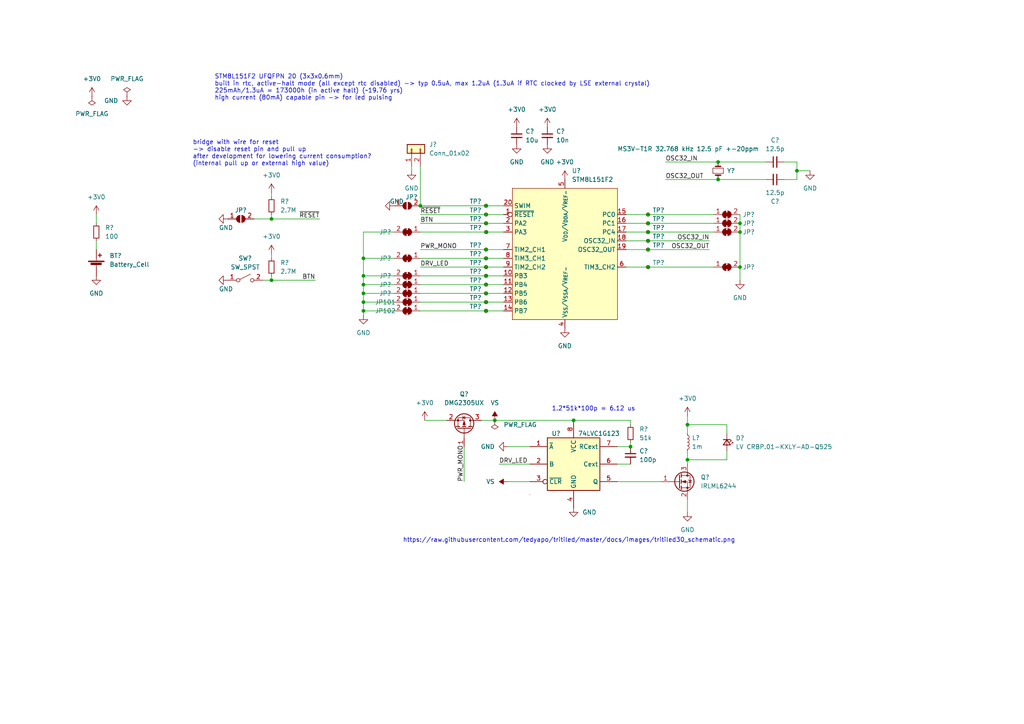
<source format=kicad_sch>
(kicad_sch (version 20231120) (generator "eeschema") (generator_version "8.0")
  (paper "A4")
  (lib_symbols
    (symbol "Connector:TestPoint_Small" (pin_numbers hide) (pin_names (offset 0.762) hide)
      (property "Reference" "TP" (at 0 3.81 0))
      (property "Value" "TestPoint_Small" (at 0 2.032 0))
      (symbol "TestPoint_Small_0_1"
        (circle (center 0 0) (radius 0.508))
      )
      (symbol "TestPoint_Small_1_1"
        (pin passive line (at 0 0 90) (length 0) (name "1") (number "1"))
      )
    )
    (symbol "Connector_Generic:Conn_01x02" (pin_names (offset 1.016) hide)
      (property "Reference" "J" (at 0 2.54 0))
      (property "Value" "Conn_01x02" (at 0 -5.08 0))
      (symbol "Conn_01x02_1_1"
        (rectangle (start -1.27 -2.413) (end 0 -2.667) (stroke (width 0.1524)))
        (rectangle (start -1.27 0.127) (end 0 -0.127) (stroke (width 0.1524)))
        (rectangle (start -1.27 1.27) (end 1.27 -3.81) (stroke (width 0.254)) (fill (type background)))
        (pin passive line (at -5.08 0 0) (length 3.81) (name "Pin_1") (number "1"))
        (pin passive line (at -5.08 -2.54 0) (length 3.81) (name "Pin_2") (number "2"))
      )
    )
    (symbol "Device:Battery_Cell" (pin_numbers hide) (pin_names (offset 0) hide)
      (property "Reference" "BT" (at 2.54 2.54 0))
      (property "Value" "Battery_Cell" (at 2.54 0 0))
      (symbol "Battery_Cell_0_1"
        (rectangle (start -2.286 1.778) (end 2.286 1.524) (fill (type outline)))
        (rectangle (start -1.5748 1.1938) (end 1.4732 0.6858) (fill (type outline)))
        (polyline (pts (xy 0 0.762) (xy 0 0)))
        (polyline (pts (xy 0 1.778) (xy 0 2.54)))
        (polyline (pts (xy 0.508 3.429) (xy 1.524 3.429)) (stroke (width 0.254)))
        (polyline (pts (xy 1.016 3.937) (xy 1.016 2.921)) (stroke (width 0.254)))
      )
      (symbol "Battery_Cell_1_1"
        (pin passive line (at 0 5.08 270) (length 2.54) (name "+") (number "1"))
        (pin passive line (at 0 -2.54 90) (length 2.54) (name "-") (number "2"))
      )
    )
    (symbol "Device:C_Small" (pin_numbers hide) (pin_names (offset 0.254) hide)
      (property "Reference" "C" (at 0.254 1.778 0))
      (property "Value" "C_Small" (at 0.254 -2.032 0))
      (symbol "C_Small_0_1"
        (polyline (pts (xy -1.524 -0.508) (xy 1.524 -0.508)) (stroke (width 0.3302)))
        (polyline (pts (xy -1.524 0.508) (xy 1.524 0.508)) (stroke (width 0.3048)))
      )
      (symbol "C_Small_1_1"
        (pin passive line (at 0 2.54 270) (length 2.032) (name "~") (number "1"))
        (pin passive line (at 0 -2.54 90) (length 2.032) (name "~") (number "2"))
      )
    )
    (symbol "Device:Crystal_Small" (pin_numbers hide) (pin_names (offset 1.016) hide)
      (property "Reference" "Y" (at 0 2.54 0))
      (property "Value" "Crystal_Small" (at 0 -2.54 0))
      (symbol "Crystal_Small_0_1"
        (rectangle (start -0.762 -1.524) (end 0.762 1.524))
        (polyline (pts (xy -1.27 -0.762) (xy -1.27 0.762)) (stroke (width 0.381)))
        (polyline (pts (xy 1.27 -0.762) (xy 1.27 0.762)) (stroke (width 0.381)))
      )
      (symbol "Crystal_Small_1_1"
        (pin passive line (at -2.54 0 0) (length 1.27) (name "1") (number "1"))
        (pin passive line (at 2.54 0 180) (length 1.27) (name "2") (number "2"))
      )
    )
    (symbol "Device:LED_Small" (pin_numbers hide) (pin_names (offset 0.254) hide)
      (property "Reference" "D" (at -1.27 3.175 0))
      (property "Value" "LED_Small" (at -4.445 -2.54 0))
      (symbol "LED_Small_0_1"
        (polyline (pts (xy -0.762 -1.016) (xy -0.762 1.016)) (stroke (width 0.254)))
        (polyline (pts (xy 1.016 0) (xy -0.762 0)))
        (polyline (pts (xy 0.762 -1.016) (xy -0.762 0) (xy 0.762 1.016) (xy 0.762 -1.016)) (stroke (width 0.254)))
        (polyline (pts (xy 0 0.762) (xy -0.508 1.27) (xy -0.254 1.27) (xy -0.508 1.27) (xy -0.508 1.016)))
        (polyline (pts (xy 0.508 1.27) (xy 0 1.778) (xy 0.254 1.778) (xy 0 1.778) (xy 0 1.524)))
      )
      (symbol "LED_Small_1_1"
        (pin passive line (at -2.54 0 0) (length 1.778) (name "K") (number "1"))
        (pin passive line (at 2.54 0 180) (length 1.778) (name "A") (number "2"))
      )
    )
    (symbol "Device:L_Small" (pin_numbers hide) (pin_names (offset 0.254) hide)
      (property "Reference" "L" (at 0.762 1.016 0))
      (property "Value" "L_Small" (at 0.762 -1.016 0))
      (symbol "L_Small_0_1"
        (arc (start 0 -2.032) (mid 0.5058 -1.524) (end 0 -1.016))
        (arc (start 0 -1.016) (mid 0.5058 -0.508) (end 0 0))
        (arc (start 0 0) (mid 0.5058 0.508) (end 0 1.016))
        (arc (start 0 1.016) (mid 0.5058 1.524) (end 0 2.032))
      )
      (symbol "L_Small_1_1"
        (pin passive line (at 0 2.54 270) (length 0.508) (name "~") (number "1"))
        (pin passive line (at 0 -2.54 90) (length 0.508) (name "~") (number "2"))
      )
    )
    (symbol "Device:Q_NMOS_GSD" (pin_names (offset 0) hide)
      (property "Reference" "Q" (at 5.08 1.27 0))
      (property "Value" "Q_NMOS_GSD" (at 5.08 -1.27 0))
      (symbol "Q_NMOS_GSD_0_1"
        (polyline (pts (xy 0.254 0) (xy -2.54 0)))
        (polyline (pts (xy 0.254 1.905) (xy 0.254 -1.905)) (stroke (width 0.254)))
        (polyline (pts (xy 0.762 -1.27) (xy 0.762 -2.286)) (stroke (width 0.254)))
        (polyline (pts (xy 0.762 0.508) (xy 0.762 -0.508)) (stroke (width 0.254)))
        (polyline (pts (xy 0.762 2.286) (xy 0.762 1.27)) (stroke (width 0.254)))
        (polyline (pts (xy 2.54 2.54) (xy 2.54 1.778)))
        (polyline (pts (xy 2.54 -2.54) (xy 2.54 0) (xy 0.762 0)))
        (polyline (pts (xy 0.762 -1.778) (xy 3.302 -1.778) (xy 3.302 1.778) (xy 0.762 1.778)))
        (polyline (pts (xy 1.016 0) (xy 2.032 0.381) (xy 2.032 -0.381) (xy 1.016 0)) (fill (type outline)))
        (polyline (pts (xy 2.794 0.508) (xy 2.921 0.381) (xy 3.683 0.381) (xy 3.81 0.254)))
        (polyline (pts (xy 3.302 0.381) (xy 2.921 -0.254) (xy 3.683 -0.254) (xy 3.302 0.381)))
        (circle (center 1.651 0) (radius 2.794) (stroke (width 0.254)))
        (circle (center 2.54 -1.778) (radius 0.254) (fill (type outline)))
        (circle (center 2.54 1.778) (radius 0.254) (fill (type outline)))
      )
      (symbol "Q_NMOS_GSD_1_1"
        (pin input line (at -5.08 0 0) (length 2.54) (name "G") (number "1"))
        (pin passive line (at 2.54 -5.08 90) (length 2.54) (name "S") (number "2"))
        (pin passive line (at 2.54 5.08 270) (length 2.54) (name "D") (number "3"))
      )
    )
    (symbol "Device:Q_PMOS_GSD" (pin_names (offset 0) hide)
      (property "Reference" "Q" (at 5.08 1.27 0))
      (property "Value" "Q_PMOS_GSD" (at 5.08 -1.27 0))
      (symbol "Q_PMOS_GSD_0_1"
        (polyline (pts (xy 0.254 0) (xy -2.54 0)))
        (polyline (pts (xy 0.254 1.905) (xy 0.254 -1.905)) (stroke (width 0.254)))
        (polyline (pts (xy 0.762 -1.27) (xy 0.762 -2.286)) (stroke (width 0.254)))
        (polyline (pts (xy 0.762 0.508) (xy 0.762 -0.508)) (stroke (width 0.254)))
        (polyline (pts (xy 0.762 2.286) (xy 0.762 1.27)) (stroke (width 0.254)))
        (polyline (pts (xy 2.54 2.54) (xy 2.54 1.778)))
        (polyline (pts (xy 2.54 -2.54) (xy 2.54 0) (xy 0.762 0)))
        (polyline (pts (xy 0.762 1.778) (xy 3.302 1.778) (xy 3.302 -1.778) (xy 0.762 -1.778)))
        (polyline (pts (xy 2.286 0) (xy 1.27 0.381) (xy 1.27 -0.381) (xy 2.286 0)) (fill (type outline)))
        (polyline (pts (xy 2.794 -0.508) (xy 2.921 -0.381) (xy 3.683 -0.381) (xy 3.81 -0.254)))
        (polyline (pts (xy 3.302 -0.381) (xy 2.921 0.254) (xy 3.683 0.254) (xy 3.302 -0.381)))
        (circle (center 1.651 0) (radius 2.794) (stroke (width 0.254)))
        (circle (center 2.54 -1.778) (radius 0.254) (fill (type outline)))
        (circle (center 2.54 1.778) (radius 0.254) (fill (type outline)))
      )
      (symbol "Q_PMOS_GSD_1_1"
        (pin input line (at -5.08 0 0) (length 2.54) (name "G") (number "1"))
        (pin passive line (at 2.54 -5.08 90) (length 2.54) (name "S") (number "2"))
        (pin passive line (at 2.54 5.08 270) (length 2.54) (name "D") (number "3"))
      )
    )
    (symbol "Device:R_Small" (pin_numbers hide) (pin_names (offset 0.254) hide)
      (property "Reference" "R" (at 0.762 0.508 0))
      (property "Value" "R_Small" (at 0.762 -1.016 0))
      (symbol "R_Small_0_1"
        (rectangle (start -0.762 1.778) (end 0.762 -1.778) (stroke (width 0.2032)))
      )
      (symbol "R_Small_1_1"
        (pin passive line (at 0 2.54 270) (length 0.762) (name "~") (number "1"))
        (pin passive line (at 0 -2.54 90) (length 0.762) (name "~") (number "2"))
      )
    )
    (symbol "Jumper:SolderJumper_2_Bridged" (pin_names (offset 0) hide)
      (property "Reference" "JP" (at 0 2.032 0))
      (property "Value" "SolderJumper_2_Bridged" (at 0 -2.54 0))
      (symbol "SolderJumper_2_Bridged_0_1"
        (rectangle (start -0.508 0.508) (end 0.508 -0.508) (fill (type outline)))
        (arc (start -0.254 1.016) (mid -1.2656 0) (end -0.254 -1.016))
        (arc (start -0.254 1.016) (mid -1.2656 0) (end -0.254 -1.016) (fill (type outline)))
        (polyline (pts (xy -0.254 1.016) (xy -0.254 -1.016)))
        (polyline (pts (xy 0.254 1.016) (xy 0.254 -1.016)))
        (arc (start 0.254 -1.016) (mid 1.2656 0) (end 0.254 1.016))
        (arc (start 0.254 -1.016) (mid 1.2656 0) (end 0.254 1.016) (fill (type outline)))
      )
      (symbol "SolderJumper_2_Bridged_1_1"
        (pin passive line (at -3.81 0 0) (length 2.54) (name "A") (number "1"))
        (pin passive line (at 3.81 0 180) (length 2.54) (name "B") (number "2"))
      )
    )
    (symbol "Jumper:SolderJumper_2_Open" (pin_names (offset 0) hide)
      (property "Reference" "JP" (at 0 2.032 0))
      (property "Value" "SolderJumper_2_Open" (at 0 -2.54 0))
      (symbol "SolderJumper_2_Open_0_1"
        (arc (start -0.254 1.016) (mid -1.2656 0) (end -0.254 -1.016))
        (arc (start -0.254 1.016) (mid -1.2656 0) (end -0.254 -1.016) (fill (type outline)))
        (polyline (pts (xy -0.254 1.016) (xy -0.254 -1.016)))
        (polyline (pts (xy 0.254 1.016) (xy 0.254 -1.016)))
        (arc (start 0.254 -1.016) (mid 1.2656 0) (end 0.254 1.016))
        (arc (start 0.254 -1.016) (mid 1.2656 0) (end 0.254 1.016) (fill (type outline)))
      )
      (symbol "SolderJumper_2_Open_1_1"
        (pin passive line (at -3.81 0 0) (length 2.54) (name "A") (number "1"))
        (pin passive line (at 3.81 0 180) (length 2.54) (name "B") (number "2"))
      )
    )
    (symbol "Seppl_74xGxx:74LVC1G123"
      (property "Reference" "U" (at -5.08 8.89 0))
      (property "Value" "74LVC1G123" (at 1.27 8.89 0))
      (symbol "74LVC1G123_1_1"
        (rectangle (start -7.62 7.62) (end 7.62 -7.62) (stroke (width 0.254)) (fill (type background)))
        (pin input line (at -12.7 5.08 0) (length 5.08) (name "~{A}") (number "1"))
        (pin input line (at -12.7 0 0) (length 5.08) (name "B") (number "2"))
        (pin input inverted (at -12.7 -5.08 0) (length 5.08) (name "~{CLR}") (number "3"))
        (pin power_in line (at 0 -12.7 90) (length 5.08) (name "GND") (number "4"))
        (pin output line (at 12.7 -5.08 180) (length 5.08) (name "Q") (number "5"))
        (pin input line (at 12.7 0 180) (length 5.08) (name "Cext") (number "6"))
        (pin input line (at 12.7 5.08 180) (length 5.08) (name "RCext") (number "7"))
        (pin power_in line (at 0 12.7 270) (length 5.08) (name "VCC") (number "8"))
      )
    )
    (symbol "Seppl_MCU_ST_STM8:STM8L151F2"
      (property "Reference" "U" (at -10.16 38.735 0))
      (property "Value" "STM8L151F2" (at -10.16 36.83 0))
      (symbol "STM8L151F2_0_0"
        (pin bidirectional inverted (at -17.78 27.94 0) (length 2.54) (name "~{RESET}") (number "1"))
        (pin bidirectional line (at -17.78 10.16 0) (length 2.54) (name "PB3") (number "10"))
        (pin bidirectional line (at -17.78 7.62 0) (length 2.54) (name "PB4") (number "11"))
        (pin bidirectional line (at -17.78 5.08 0) (length 2.54) (name "PB5") (number "12"))
        (pin bidirectional line (at -17.78 2.54 0) (length 2.54) (name "PB6") (number "13"))
        (pin bidirectional line (at -17.78 0 0) (length 2.54) (name "PB7") (number "14"))
        (pin bidirectional line (at 17.78 27.94 180) (length 2.54) (name "PC0") (number "15"))
        (pin bidirectional line (at 17.78 25.4 180) (length 2.54) (name "PC1") (number "16"))
        (pin bidirectional line (at 17.78 22.86 180) (length 2.54) (name "PC4") (number "17"))
        (pin bidirectional line (at 17.78 20.32 180) (length 2.54) (name "PC5") (number "18") (alternate "OSC32_IN" input line) (alternate "TIM2_CH1" bidirectional line))
        (pin bidirectional line (at 17.78 17.78 180) (length 2.54) (name "PC6") (number "19") (alternate "OSC32_OUT" output line) (alternate "TIM2_CH1" bidirectional line))
        (pin bidirectional line (at -17.78 25.4 0) (length 2.54) (name "PA2") (number "2"))
        (pin bidirectional line (at -17.78 30.48 0) (length 2.54) (name "PA0") (number "20") (alternate "SWIM" bidirectional line))
        (pin bidirectional line (at -17.78 22.86 0) (length 2.54) (name "PA3") (number "3"))
        (pin power_in line (at 0 -5.08 90) (length 2.54) (name "V_{SS}/V_{SSA}/V_{REF-}") (number "4"))
        (pin power_in line (at 0 38.1 270) (length 2.54) (name "V_{DD}/V_{DDA}/V_{REF-}") (number "5"))
        (pin bidirectional line (at 17.78 12.7 180) (length 2.54) (name "PD0") (number "6") (alternate "TIM3_CH2" bidirectional line))
        (pin bidirectional line (at -17.78 17.78 0) (length 2.54) (name "PB0") (number "7") (alternate "TIM2_CH1" bidirectional line))
        (pin bidirectional line (at -17.78 15.24 0) (length 2.54) (name "PB1") (number "8") (alternate "TIM3_CH1" bidirectional line))
        (pin bidirectional line (at -17.78 12.7 0) (length 2.54) (name "PB2") (number "9") (alternate "TIM2_CH2" bidirectional line))
      )
      (symbol "STM8L151F2_0_1"
        (rectangle (start -15.24 35.56) (end 15.24 -2.54) (fill (type background)))
        (rectangle (start -10.16 -53.34) (end -10.16 -53.34) (stroke (width 0.1524)))
      )
    )
    (symbol "Switch:SW_SPST" (pin_names (offset 0) hide)
      (property "Reference" "SW" (at 0 3.175 0))
      (property "Value" "SW_SPST" (at 0 -2.54 0))
      (symbol "SW_SPST_0_0"
        (circle (center -2.032 0) (radius 0.508))
        (polyline (pts (xy -1.524 0.254) (xy 1.524 1.778)))
        (circle (center 2.032 0) (radius 0.508))
      )
      (symbol "SW_SPST_1_1"
        (pin passive line (at -5.08 0 0) (length 2.54) (name "A") (number "1"))
        (pin passive line (at 5.08 0 180) (length 2.54) (name "B") (number "2"))
      )
    )
    (symbol "power:+3V0" (power) (pin_names (offset 0))
      (property "Value" "+3V0" (at 0 3.556 0))
      (symbol "+3V0_0_1"
        (polyline (pts (xy -0.762 1.27) (xy 0 2.54)))
        (polyline (pts (xy 0 0) (xy 0 2.54)))
        (polyline (pts (xy 0 2.54) (xy 0.762 1.27)))
      )
      (symbol "+3V0_1_1"
        (pin power_in line (at 0 0 90) (length 0) hide (name "+3V0") (number "1"))
      )
    )
    (symbol "power:GND" (power) (pin_names (offset 0))
      (property "Value" "GND" (at 0 -3.81 0))
      (symbol "GND_0_1"
        (polyline (pts (xy 0 0) (xy 0 -1.27) (xy 1.27 -1.27) (xy 0 -2.54) (xy -1.27 -1.27) (xy 0 -1.27)))
      )
      (symbol "GND_1_1"
        (pin power_in line (at 0 0 270) (length 0) hide (name "GND") (number "1"))
      )
    )
    (symbol "power:PWR_FLAG" (power) (pin_numbers hide) (pin_names (offset 0) hide)
      (property "Value" "PWR_FLAG" (at 0 3.81 0))
      (symbol "PWR_FLAG_0_0"
        (pin power_out line (at 0 0 90) (length 0) (name "pwr") (number "1"))
      )
      (symbol "PWR_FLAG_0_1"
        (polyline (pts (xy 0 0) (xy 0 1.27) (xy -1.016 1.905) (xy 0 2.54) (xy 1.016 1.905) (xy 0 1.27)))
      )
    )
    (symbol "power:VS" (power) (pin_names (offset 0))
      (property "Value" "VS" (at 0 3.81 0))
      (symbol "VS_0_1"
        (polyline (pts (xy 0 0) (xy 0 2.54)))
        (polyline (pts (xy 0.762 1.27) (xy -0.762 1.27) (xy 0 2.54) (xy 0.762 1.27)) (fill (type outline)))
      )
      (symbol "VS_1_1"
        (pin power_in line (at 0 0 90) (length 0) hide (name "VS") (number "1"))
      )
    )
  )
  (junction (at 231.14 49.53))
  (junction (at 140.97 62.23))
  (junction (at 140.97 90.17))
  (junction (at 143.51 121.92))
  (junction (at 214.63 64.77))
  (junction (at 105.41 80.01))
  (junction (at 140.97 80.01))
  (junction (at 140.97 85.09))
  (junction (at 182.88 129.54))
  (junction (at 214.63 77.47))
  (junction (at 199.39 133.35))
  (junction (at 141.0135 67.31))
  (junction (at 105.41 74.93))
  (junction (at 140.97 82.55))
  (junction (at 140.97 64.77))
  (junction (at 105.41 82.55))
  (junction (at 140.97 72.39))
  (junction (at 105.41 85.09))
  (junction (at 140.97 87.63))
  (junction (at 187.96 72.39))
  (junction (at 121.92 59.69))
  (junction (at 105.41 90.17))
  (junction (at 187.96 77.47))
  (junction (at 208.28 52.07))
  (junction (at 187.96 64.77))
  (junction (at 105.41 87.63))
  (junction (at 187.96 67.31))
  (junction (at 208.28 46.99))
  (junction (at 78.74 63.5))
  (junction (at 140.97 74.93))
  (junction (at 187.96 62.23))
  (junction (at 214.63 67.31))
  (junction (at 187.96 69.85))
  (junction (at 166.37 121.92))
  (junction (at 78.74 81.28))
  (junction (at 199.39 123.19))
  (junction (at 140.97 77.47))
  (junction (at 140.97 59.69))
  (wire (pts (xy 193.04 46.99) (xy 208.28 46.99)))
  (wire (pts (xy 199.39 125.73) (xy 199.39 123.19)))
  (wire (pts (xy 147.32 129.54) (xy 153.67 129.54)))
  (wire (pts (xy 140.97 59.69) (xy 146.05 59.69)))
  (wire (pts (xy 143.51 121.92) (xy 166.37 121.92)))
  (wire (pts (xy 78.74 55.88) (xy 78.74 57.15)))
  (wire (pts (xy 193.04 52.07) (xy 208.28 52.07)))
  (wire (pts (xy 231.14 49.53) (xy 231.14 52.07)))
  (wire (pts (xy 181.61 64.77) (xy 187.96 64.77)))
  (wire (pts (xy 121.92 67.31) (xy 141.0135 67.31)))
  (wire (pts (xy 114.3 67.31) (xy 105.41 67.31)))
  (wire (pts (xy 147.32 139.7) (xy 153.67 139.7)))
  (wire (pts (xy 214.63 67.31) (xy 214.63 77.47)))
  (wire (pts (xy 182.88 129.54) (xy 179.07 129.54)))
  (wire (pts (xy 78.74 63.5) (xy 92.71 63.5)))
  (wire (pts (xy 182.88 121.92) (xy 182.88 123.19)))
  (wire (pts (xy 105.41 80.01) (xy 114.3 80.01)))
  (wire (pts (xy 187.96 69.85) (xy 205.74 69.85)))
  (wire (pts (xy 187.96 64.77) (xy 207.01 64.77)))
  (wire (pts (xy 105.41 82.55) (xy 114.3 82.55)))
  (wire (pts (xy 105.41 85.09) (xy 114.3 85.09)))
  (wire (pts (xy 119.38 48.26) (xy 119.38 49.53)))
  (wire (pts (xy 199.39 123.19) (xy 210.82 123.19)))
  (wire (pts (xy 78.74 81.28) (xy 76.2 81.28)))
  (wire (pts (xy 140.97 90.17) (xy 146.05 90.17)))
  (wire (pts (xy 105.41 85.09) (xy 105.41 87.63)))
  (wire (pts (xy 144.78 134.62) (xy 153.67 134.62)))
  (wire (pts (xy 199.39 144.78) (xy 199.39 148.59)))
  (wire (pts (xy 187.96 67.31) (xy 207.01 67.31)))
  (wire (pts (xy 181.61 77.47) (xy 187.96 77.47)))
  (wire (pts (xy 105.41 87.63) (xy 114.3 87.63)))
  (wire (pts (xy 210.82 123.19) (xy 210.82 125.73)))
  (wire (pts (xy 139.7 121.92) (xy 143.51 121.92)))
  (wire (pts (xy 105.41 90.17) (xy 114.3 90.17)))
  (wire (pts (xy 105.41 90.17) (xy 105.41 91.44)))
  (wire (pts (xy 166.37 121.92) (xy 182.88 121.92)))
  (wire (pts (xy 27.94 69.85) (xy 27.94 72.39)))
  (wire (pts (xy 140.97 87.63) (xy 146.05 87.63)))
  (wire (pts (xy 78.74 62.23) (xy 78.74 63.5)))
  (wire (pts (xy 182.88 134.62) (xy 179.07 134.62)))
  (wire (pts (xy 181.61 69.85) (xy 187.96 69.85)))
  (wire (pts (xy 199.39 133.35) (xy 199.39 134.62)))
  (wire (pts (xy 214.63 77.47) (xy 214.63 81.28)))
  (wire (pts (xy 210.82 133.35) (xy 199.39 133.35)))
  (wire (pts (xy 78.74 80.01) (xy 78.74 81.28)))
  (wire (pts (xy 123.19 121.92) (xy 129.54 121.92)))
  (wire (pts (xy 181.61 62.23) (xy 187.96 62.23)))
  (wire (pts (xy 105.41 67.31) (xy 105.41 74.93)))
  (wire (pts (xy 140.97 74.93) (xy 146.05 74.93)))
  (wire (pts (xy 214.63 64.77) (xy 214.63 67.31)))
  (wire (pts (xy 208.28 46.99) (xy 222.25 46.99)))
  (wire (pts (xy 231.14 49.53) (xy 234.95 49.53)))
  (wire (pts (xy 73.66 63.5) (xy 78.74 63.5)))
  (wire (pts (xy 140.97 85.09) (xy 146.05 85.09)))
  (wire (pts (xy 199.39 120.65) (xy 199.39 123.19)))
  (wire (pts (xy 187.96 72.39) (xy 205.74 72.39)))
  (wire (pts (xy 181.61 67.31) (xy 187.96 67.31)))
  (wire (pts (xy 140.97 72.39) (xy 146.05 72.39)))
  (wire (pts (xy 121.92 74.93) (xy 140.97 74.93)))
  (wire (pts (xy 182.88 128.27) (xy 182.88 129.54)))
  (wire (pts (xy 141.0135 67.31) (xy 146.05 67.31)))
  (wire (pts (xy 121.92 64.77) (xy 140.97 64.77)))
  (wire (pts (xy 91.44 81.28) (xy 78.74 81.28)))
  (wire (pts (xy 227.33 52.07) (xy 231.14 52.07)))
  (wire (pts (xy 121.92 85.09) (xy 140.97 85.09)))
  (wire (pts (xy 121.92 80.01) (xy 140.97 80.01)))
  (wire (pts (xy 121.92 82.55) (xy 140.97 82.55)))
  (wire (pts (xy 214.63 62.23) (xy 214.63 64.77)))
  (wire (pts (xy 78.74 74.93) (xy 78.74 73.66)))
  (wire (pts (xy 121.92 59.69) (xy 140.97 59.69)))
  (wire (pts (xy 187.96 62.23) (xy 207.01 62.23)))
  (wire (pts (xy 121.92 48.26) (xy 121.92 59.69)))
  (wire (pts (xy 105.41 74.93) (xy 105.41 80.01)))
  (wire (pts (xy 140.97 62.23) (xy 146.05 62.23)))
  (wire (pts (xy 179.07 139.7) (xy 191.77 139.7)))
  (wire (pts (xy 121.92 87.63) (xy 140.97 87.63)))
  (wire (pts (xy 231.14 46.99) (xy 231.14 49.53)))
  (wire (pts (xy 121.92 62.23) (xy 140.97 62.23)))
  (wire (pts (xy 210.82 130.81) (xy 210.82 133.35)))
  (wire (pts (xy 199.39 130.81) (xy 199.39 133.35)))
  (wire (pts (xy 121.92 77.47) (xy 140.97 77.47)))
  (wire (pts (xy 105.41 82.55) (xy 105.41 85.09)))
  (wire (pts (xy 105.41 80.01) (xy 105.41 82.55)))
  (wire (pts (xy 121.92 72.39) (xy 140.97 72.39)))
  (wire (pts (xy 134.62 139.7) (xy 134.62 129.54)))
  (wire (pts (xy 208.28 52.07) (xy 222.25 52.07)))
  (wire (pts (xy 121.92 90.17) (xy 140.97 90.17)))
  (wire (pts (xy 140.97 80.01) (xy 146.05 80.01)))
  (wire (pts (xy 140.97 82.55) (xy 146.05 82.55)))
  (wire (pts (xy 105.41 74.93) (xy 114.3 74.93)))
  (wire (pts (xy 140.97 64.77) (xy 146.05 64.77)))
  (wire (pts (xy 140.97 77.47) (xy 146.05 77.47)))
  (wire (pts (xy 181.61 72.39) (xy 187.96 72.39)))
  (wire (pts (xy 105.41 87.63) (xy 105.41 90.17)))
  (wire (pts (xy 187.96 77.47) (xy 207.01 77.47)))
  (wire (pts (xy 27.94 62.23) (xy 27.94 64.77)))
  (wire (pts (xy 227.33 46.99) (xy 231.14 46.99)))
  (text "1.2*51k*100p = 6.12 us" (at 160.02 119.38 0) (effects (font (size 1.27 1.27)) (justify left bottom)))
  (text "STM8L151F2 UFQFPN 20 (3x3x0.6mm)\nbuilt in rtc, active-halt mode (all except rtc disabled) -> typ 0.5uA, max 1.2uA (1.3uA if RTC clocked by LSE external crystal)\n225mAh/1.3uA = 173000h (in active halt) (~19.76 yrs)\nhigh current (80mA) capable pin -> for led pulsing" (at 62.23 29.21 0) (effects (font (size 1.27 1.27)) (justify left bottom)))
  (text "bridge with wire for reset\n-> disable reset pin and pull up\nafter development for lowering current consumption?\n(internal pull up or external high value)" (at 55.88 48.26 0) (effects (font (size 1.27 1.27)) (justify left bottom)))
  (text "https://raw.githubusercontent.com/tedyapo/tritiled/master/docs/images/tritiled30_schematic.png" (at 116.84 157.48 0) (effects (font (size 1.27 1.27)) (justify left bottom)))
  (label "DRV_LED" (at 121.92 77.47 0))
  (label "BTN" (at 121.92 64.77 0))
  (label "BTN" (at 91.44 81.28 180))
  (label "OSC32_IN" (at 193.04 46.99 0))
  (label "PWR_MONO" (at 134.62 139.7 90))
  (label "OSC32_OUT" (at 205.74 72.39 180))
  (label "DRV_LED" (at 144.78 134.62 0))
  (label "PWR_MONO" (at 121.92 72.39 0))
  (label "OSC32_OUT" (at 193.04 52.07 0))
  (label "~{RESET}" (at 92.71 63.5 180))
  (label "OSC32_IN" (at 205.74 69.85 180))
  (label "~{RESET}" (at 121.92 62.23 0))
  (symbol (lib_id "Connector:TestPoint_Small") (at 187.96 69.85 0) (unit 1)
    (property "Reference" "TP?" (at 189.23 68.58 0) (effects (justify left)))
    (property "Value" "TestPoint_Small" (effects (hide yes)))
  )
  (symbol (lib_id "Connector:TestPoint_Small") (at 140.97 82.55 0) (mirror y) (unit 1)
    (property "Reference" "TP?" (at 139.7 81.28 0) (effects (justify left)))
    (property "Value" "TestPoint_Small" (effects (hide yes)))
  )
  (symbol (lib_id "power:GND") (at 105.41 91.44 0) (unit 1)
    (property "Reference" "#PWR?" (effects (hide yes)))
    (property "Value" "GND" (at 105.41 96.52 0))
  )
  (symbol (lib_id "Connector:TestPoint_Small") (at 141.0135 67.31 0) (mirror y) (unit 1)
    (property "Reference" "TP?" (at 139.7435 66.04 0) (effects (justify left)))
    (property "Value" "TestPoint_Small" (effects (hide yes)))
  )
  (symbol (lib_id "power:+3V0") (at 26.67 27.94 0) (unit 1)
    (property "Reference" "#PWR?" (effects (hide yes)))
    (property "Value" "+3V0" (at 26.67 22.86 0))
  )
  (symbol (lib_id "Connector:TestPoint_Small") (at 140.97 62.23 0) (mirror y) (unit 1)
    (property "Reference" "TP?" (at 139.7 60.96 0) (effects (justify left)))
    (property "Value" "TestPoint_Small" (effects (hide yes)))
  )
  (symbol (lib_id "power:GND") (at 234.95 49.53 0) (unit 1)
    (property "Reference" "#PWR?" (effects (hide yes)))
    (property "Value" "GND" (at 234.95 54.61 0))
  )
  (symbol (lib_id "Jumper:SolderJumper_2_Bridged") (at 118.11 82.55 0) (mirror y) (unit 1)
    (property "Reference" "JP?" (at 111.76 82.55 0))
    (property "Value" "SolderJumper_2_Bridged" (effects (hide yes)))
  )
  (symbol (lib_id "Jumper:SolderJumper_2_Open") (at 118.11 59.69 0) (unit 1)
    (property "Reference" "JP?" (at 119.38 57.15 0))
    (property "Value" "SolderJumper_2_Open" (effects (hide yes)))
  )
  (symbol (lib_id "Jumper:SolderJumper_2_Bridged") (at 210.82 67.31 0) (unit 1)
    (property "Reference" "JP?" (at 217.17 67.31 0))
    (property "Value" "SolderJumper_2_Bridged" (effects (hide yes)))
  )
  (symbol (lib_id "power:GND") (at 214.63 81.28 0) (unit 1)
    (property "Reference" "#PWR?" (effects (hide yes)))
    (property "Value" "GND" (at 214.63 86.36 0))
  )
  (symbol (lib_id "power:+3V0") (at 27.94 62.23 0) (unit 1)
    (property "Reference" "#PWR?" (effects (hide yes)))
    (property "Value" "+3V0" (at 27.94 57.15 0))
  )
  (symbol (lib_id "Device:Crystal_Small") (at 208.28 49.53 90) (unit 1)
    (property "Reference" "Y?" (at 210.82 49.53 90) (effects (justify right)))
    (property "Value" "MS3V-T1R 32.768 kHz 12.5 pF +-20ppm" (at 179.07 43.18 90) (effects (justify right)))
  )
  (symbol (lib_id "Jumper:SolderJumper_2_Open") (at 69.85 63.5 0) (unit 1)
    (property "Reference" "JP?" (at 69.85 60.96 0))
    (property "Value" "SolderJumper_2_Open" (effects (hide yes)))
  )
  (symbol (lib_id "Connector:TestPoint_Small") (at 140.97 87.63 0) (mirror y) (unit 1)
    (property "Reference" "TP?" (at 139.7 86.36 0) (effects (justify left)))
    (property "Value" "TestPoint_Small" (effects (hide yes)))
  )
  (symbol (lib_id "Jumper:SolderJumper_2_Bridged") (at 118.11 67.31 0) (mirror y) (unit 1)
    (property "Reference" "JP?" (at 111.76 67.31 0))
    (property "Value" "SolderJumper_2_Bridged" (effects (hide yes)))
  )
  (symbol (lib_id "Connector:TestPoint_Small") (at 187.96 62.23 0) (unit 1)
    (property "Reference" "TP?" (at 189.23 60.96 0) (effects (justify left)))
    (property "Value" "TestPoint_Small" (effects (hide yes)))
  )
  (symbol (lib_id "Device:C_Small") (at 182.88 132.08 0) (unit 1)
    (property "Reference" "C?" (at 185.42 130.8162 0) (effects (justify left)))
    (property "Value" "100p" (at 185.42 133.3562 0) (effects (justify left)))
    (property "Footprint" "Capacitor_SMD_Handsoldering_AKL:C_0805_2012Metric" (effects (hide yes)))
  )
  (symbol (lib_id "Device:R_Small") (at 78.74 77.47 0) (unit 1)
    (property "Reference" "R?" (at 81.28 76.1999 0) (effects (justify left)))
    (property "Value" "2.7M" (at 81.28 78.7399 0) (effects (justify left)))
  )
  (symbol (lib_id "Connector:TestPoint_Small") (at 140.97 85.09 0) (mirror y) (unit 1)
    (property "Reference" "TP?" (at 139.7 83.82 0) (effects (justify left)))
    (property "Value" "TestPoint_Small" (effects (hide yes)))
  )
  (symbol (lib_id "Jumper:SolderJumper_2_Bridged") (at 210.82 62.23 0) (unit 1)
    (property "Reference" "JP?" (at 217.17 62.23 0))
    (property "Value" "SolderJumper_2_Bridged" (effects (hide yes)))
  )
  (symbol (lib_id "Device:LED_Small") (at 210.82 128.27 270) (unit 1)
    (property "Reference" "D?" (at 213.36 127.0634 90) (effects (justify left)))
    (property "Value" "LV CRBP.01-KXLY-AD-Q525" (at 213.36 129.6034 90) (effects (justify left)))
  )
  (symbol (lib_id "Connector:TestPoint_Small") (at 187.96 64.77 0) (unit 1)
    (property "Reference" "TP?" (at 189.23 63.5 0) (effects (justify left)))
    (property "Value" "TestPoint_Small" (effects (hide yes)))
  )
  (symbol (lib_id "power:GND") (at 158.75 41.91 0) (unit 1)
    (property "Reference" "#PWR?" (effects (hide yes)))
    (property "Value" "GND" (at 158.75 46.99 0))
  )
  (symbol (lib_id "Connector_Generic:Conn_01x02") (at 119.38 43.18 90) (unit 1)
    (property "Reference" "J?" (at 124.46 41.9099 90) (effects (justify right)))
    (property "Value" "Conn_01x02" (at 124.46 44.4499 90) (effects (justify right)))
  )
  (symbol (lib_id "Connector:TestPoint_Small") (at 140.97 74.93 0) (mirror y) (unit 1)
    (property "Reference" "TP?" (at 139.7 73.66 0) (effects (justify left)))
    (property "Value" "TestPoint_Small" (effects (hide yes)))
  )
  (symbol (lib_id "power:+3V0") (at 158.75 36.83 0) (unit 1)
    (property "Reference" "#PWR?" (effects (hide yes)))
    (property "Value" "+3V0" (at 158.75 31.75 0))
  )
  (symbol (lib_id "Connector:TestPoint_Small") (at 140.97 90.17 0) (mirror y) (unit 1)
    (property "Reference" "TP?" (at 139.7 88.9 0) (effects (justify left)))
    (property "Value" "TestPoint_Small" (effects (hide yes)))
  )
  (symbol (lib_id "Switch:SW_SPST") (at 71.12 81.28 0) (unit 1)
    (property "Reference" "SW?" (at 71.12 74.93 0))
    (property "Value" "SW_SPST" (at 71.12 77.47 0))
  )
  (symbol (lib_id "power:PWR_FLAG") (at 143.51 121.92 180) (unit 1)
    (property "Reference" "#FLG?" (effects (hide yes)))
    (property "Value" "PWR_FLAG" (at 146.05 123.1899 0) (effects (justify right)))
  )
  (symbol (lib_id "Device:L_Small") (at 199.39 128.27 0) (unit 1)
    (property "Reference" "L?" (at 200.66 126.9999 0) (effects (justify left)))
    (property "Value" "1m" (at 200.66 129.5399 0) (effects (justify left)))
  )
  (symbol (lib_id "Jumper:SolderJumper_2_Bridged") (at 118.11 74.93 0) (mirror y) (unit 1)
    (property "Reference" "JP?" (at 111.76 74.93 0))
    (property "Value" "SolderJumper_2_Bridged" (effects (hide yes)))
  )
  (symbol (lib_id "Device:R_Small") (at 182.88 125.73 0) (unit 1)
    (property "Reference" "R?" (at 185.42 124.4599 0) (effects (justify left)))
    (property "Value" "51k" (at 185.42 126.9999 0) (effects (justify left)))
  )
  (symbol (lib_id "power:GND") (at 114.3 59.69 270) (unit 1)
    (property "Reference" "#PWR?" (effects (hide yes)))
    (property "Value" "GND" (at 113.03 58.42 90) (effects (justify left)))
  )
  (symbol (lib_id "Connector:TestPoint_Small") (at 187.96 72.39 0) (unit 1)
    (property "Reference" "TP?" (at 189.23 71.12 0) (effects (justify left)))
    (property "Value" "TestPoint_Small" (effects (hide yes)))
  )
  (symbol (lib_id "power:GND") (at 36.83 27.94 0) (unit 1)
    (property "Reference" "#PWR?" (effects (hide yes)))
    (property "Value" "GND" (at 34.29 29.2101 0) (effects (justify right)))
  )
  (symbol (lib_id "power:GND") (at 27.94 80.01 0) (unit 1)
    (property "Reference" "#PWR?" (effects (hide yes)))
    (property "Value" "GND" (at 27.94 85.09 0))
  )
  (symbol (lib_id "Connector:TestPoint_Small") (at 140.97 59.69 0) (mirror y) (unit 1)
    (property "Reference" "TP?" (at 139.7 58.42 0) (effects (justify left)))
    (property "Value" "TestPoint_Small" (effects (hide yes)))
  )
  (symbol (lib_id "power:GND") (at 163.83 95.25 0) (unit 1)
    (property "Reference" "#PWR?" (effects (hide yes)))
    (property "Value" "GND" (at 163.83 100.33 0))
  )
  (symbol (lib_id "Device:C_Small") (at 224.79 52.07 270) (mirror x) (unit 1)
    (property "Reference" "C?" (at 224.79 58.42 90))
    (property "Value" "12.5p" (at 224.79 55.88 90))
    (property "Footprint" "Capacitor_SMD_Handsoldering_AKL:C_0805_2012Metric" (effects (hide yes)))
  )
  (symbol (lib_id "Jumper:SolderJumper_2_Bridged") (at 210.82 64.77 0) (unit 1)
    (property "Reference" "JP?" (at 217.17 64.77 0))
    (property "Value" "SolderJumper_2_Bridged" (effects (hide yes)))
  )
  (symbol (lib_id "power:GND") (at 166.37 147.32 0) (unit 1)
    (property "Reference" "#PWR?" (effects (hide yes)))
    (property "Value" "GND" (at 168.91 148.5899 0) (effects (justify left)))
  )
  (symbol (lib_id "power:GND") (at 199.39 148.59 0) (unit 1)
    (property "Reference" "#PWR?" (effects (hide yes)))
    (property "Value" "GND" (at 199.39 153.67 0))
  )
  (symbol (lib_id "Connector:TestPoint_Small") (at 140.97 80.01 0) (mirror y) (unit 1)
    (property "Reference" "TP?" (at 139.7 78.74 0) (effects (justify left)))
    (property "Value" "TestPoint_Small" (effects (hide yes)))
  )
  (symbol (lib_id "power:+3V0") (at 199.39 120.65 0) (unit 1)
    (property "Reference" "#PWR?" (effects (hide yes)))
    (property "Value" "+3V0" (at 199.39 115.57 0))
  )
  (symbol (lib_id "power:+3V0") (at 163.83 52.07 0) (unit 1)
    (property "Reference" "#PWR?" (effects (hide yes)))
    (property "Value" "+3V0" (at 163.83 46.99 0))
  )
  (symbol (lib_id "Device:Battery_Cell") (at 27.94 77.47 0) (unit 1)
    (property "Reference" "BT?" (at 31.75 74.1679 0) (effects (justify left)))
    (property "Value" "Battery_Cell" (at 31.75 76.7079 0) (effects (justify left)))
    (property "Footprint" "Battery:BatteryHolder_Keystone_1060_1x2032" (effects (hide yes)))
  )
  (symbol (lib_id "Jumper:SolderJumper_2_Bridged") (at 118.11 85.09 0) (mirror y) (unit 1)
    (property "Reference" "JP?" (at 111.76 85.09 0))
    (property "Value" "SolderJumper_2_Bridged" (effects (hide yes)))
  )
  (symbol (lib_id "Connector:TestPoint_Small") (at 140.97 64.77 0) (mirror y) (unit 1)
    (property "Reference" "TP?" (at 139.7 63.5 0) (effects (justify left)))
    (property "Value" "TestPoint_Small" (effects (hide yes)))
  )
  (symbol (lib_id "power:GND") (at 149.86 41.91 0) (unit 1)
    (property "Reference" "#PWR?" (effects (hide yes)))
    (property "Value" "GND" (at 149.86 46.99 0))
  )
  (symbol (lib_id "Connector:TestPoint_Small") (at 187.96 77.47 0) (unit 1)
    (property "Reference" "TP?" (at 189.23 76.2 0) (effects (justify left)))
    (property "Value" "TestPoint_Small" (effects (hide yes)))
  )
  (symbol (lib_id "Jumper:SolderJumper_2_Bridged") (at 118.11 80.01 0) (mirror y) (unit 1)
    (property "Reference" "JP?" (at 111.76 80.01 0))
    (property "Value" "SolderJumper_2_Bridged" (effects (hide yes)))
  )
  (symbol (lib_id "Connector:TestPoint_Small") (at 187.96 67.31 0) (unit 1)
    (property "Reference" "TP?" (at 189.23 66.04 0) (effects (justify left)))
    (property "Value" "TestPoint_Small" (effects (hide yes)))
  )
  (symbol (lib_id "Device:R_Small") (at 27.94 67.31 0) (unit 1)
    (property "Reference" "R?" (at 30.48 66.0399 0) (effects (justify left)))
    (property "Value" "100" (at 30.48 68.5799 0) (effects (justify left)))
  )
  (symbol (lib_id "Seppl_MCU_ST_STM8:STM8L151F2") (at 163.83 90.17 0) (unit 1)
    (property "Reference" "U?" (at 165.8494 49.53 0) (effects (justify left)))
    (property "Value" "STM8L151F2" (at 165.8494 52.07 0) (effects (justify left)))
    (property "Footprint" "Seppl_Package_DFN_QFN:ST_UFQFPN-20_3x3mm_P0.5mm" (effects (hide yes)))
    (property "Datasheet" "https://www.st.com/resource/en/datasheet/stm8l151f2.pdf" (effects (hide yes)))
    (pin "18" (alternate "OSC32_IN"))
    (pin "19" (alternate "OSC32_OUT"))
    (pin "20" (alternate "SWIM"))
    (pin "6" (alternate "TIM3_CH2"))
    (pin "7" (alternate "TIM2_CH1"))
    (pin "8" (alternate "TIM3_CH1"))
    (pin "9" (alternate "TIM2_CH2"))
  )
  (symbol (lib_id "Device:C_Small") (at 158.75 39.37 0) (unit 1)
    (property "Reference" "C?" (at 161.29 38.1062 0) (effects (justify left)))
    (property "Value" "10n" (at 161.29 40.6462 0) (effects (justify left)))
    (property "Footprint" "Capacitor_SMD_Handsoldering_AKL:C_0805_2012Metric" (effects (hide yes)))
  )
  (symbol (lib_id "Device:Q_PMOS_GSD") (at 134.62 124.46 270) (mirror x) (unit 1)
    (property "Reference" "Q?" (at 134.62 114.3 90))
    (property "Value" "DMG2305UX" (at 134.62 116.84 90))
  )
  (symbol (lib_id "Jumper:SolderJumper_2_Bridged") (at 210.82 77.47 0) (unit 1)
    (property "Reference" "JP?" (at 217.17 77.47 0))
    (property "Value" "SolderJumper_2_Bridged" (effects (hide yes)))
  )
  (symbol (lib_id "power:PWR_FLAG") (at 36.83 27.94 0) (unit 1)
    (property "Reference" "#FLG?" (effects (hide yes)))
    (property "Value" "PWR_FLAG" (at 36.83 22.86 0))
  )
  (symbol (lib_id "power:GND") (at 119.38 49.53 0) (unit 1)
    (property "Reference" "#PWR?" (effects (hide yes)))
    (property "Value" "GND" (at 119.38 54.61 0))
  )
  (symbol (lib_id "power:+3V0") (at 78.74 73.66 0) (unit 1)
    (property "Reference" "#PWR?" (effects (hide yes)))
    (property "Value" "+3V0" (at 78.74 68.58 0))
  )
  (symbol (lib_id "power:+3V0") (at 123.19 121.92 0) (unit 1)
    (property "Reference" "#PWR?" (effects (hide yes)))
    (property "Value" "+3V0" (at 123.19 116.84 0))
  )
  (symbol (lib_id "Device:C_Small") (at 224.79 46.99 90) (unit 1)
    (property "Reference" "C?" (at 224.7963 40.64 90))
    (property "Value" "12.5p" (at 224.7963 43.18 90))
    (property "Footprint" "Capacitor_SMD_Handsoldering_AKL:C_0805_2012Metric" (effects (hide yes)))
  )
  (symbol (lib_id "power:GND") (at 66.04 63.5 270) (unit 1)
    (property "Reference" "#PWR?" (effects (hide yes)))
    (property "Value" "GND" (at 63.5 66.04 90) (effects (justify left)))
  )
  (symbol (lib_id "Device:Q_NMOS_GSD") (at 196.85 139.7 0) (unit 1)
    (property "Reference" "Q?" (at 203.2 138.4299 0) (effects (justify left)))
    (property "Value" "IRLML6244" (at 203.2 140.9699 0) (effects (justify left)))
  )
  (symbol (lib_id "Connector:TestPoint_Small") (at 140.97 77.47 0) (mirror y) (unit 1)
    (property "Reference" "TP?" (at 139.7 76.2 0) (effects (justify left)))
    (property "Value" "TestPoint_Small" (effects (hide yes)))
  )
  (symbol (lib_id "power:VS") (at 147.32 139.7 90) (unit 1)
    (property "Reference" "#PWR?" (effects (hide yes)))
    (property "Value" "VS" (at 143.51 139.6999 90) (effects (justify left)))
  )
  (symbol (lib_id "power:GND") (at 147.32 129.54 270) (unit 1)
    (property "Reference" "#PWR?" (effects (hide yes)))
    (property "Value" "GND" (at 143.51 129.5399 90) (effects (justify right)))
  )
  (symbol (lib_id "Connector:TestPoint_Small") (at 140.97 72.39 0) (mirror y) (unit 1)
    (property "Reference" "TP?" (at 139.7 71.12 0) (effects (justify left)))
    (property "Value" "TestPoint_Small" (effects (hide yes)))
  )
  (symbol (lib_id "Jumper:SolderJumper_2_Bridged") (at 118.11 90.17 0) (mirror y) (unit 1)
    (property "Reference" "JP102" (at 111.76 90.17 0))
    (property "Value" "SolderJumper_2_Bridged" (effects (hide yes)))
  )
  (symbol (lib_id "Seppl_74xGxx:74LVC1G123") (at 166.37 134.62 0) (unit 1)
    (property "Reference" "U?" (at 161.29 125.73 0))
    (property "Value" "74LVC1G123" (at 167.64 125.73 0) (effects (justify left)))
    (property "Footprint" "Package_BGA:Texas_DSBGA-8_0.9x1.9mm_Layout2x4_P0.5mm" (effects (hide yes)))
    (property "Datasheet" "http://www.ti.com/lit/ds/symlink/sn74lvc1g123.pdf" (effects (hide yes)))
  )
  (symbol (lib_id "Device:C_Small") (at 149.86 39.37 0) (unit 1)
    (property "Reference" "C?" (at 152.4 38.1062 0) (effects (justify left)))
    (property "Value" "10u" (at 152.4 40.6462 0) (effects (justify left)))
    (property "Footprint" "Capacitor_SMD_Handsoldering_AKL:C_0805_2012Metric" (effects (hide yes)))
  )
  (symbol (lib_id "power:VS") (at 143.51 121.92 0) (unit 1)
    (property "Reference" "#PWR?" (effects (hide yes)))
    (property "Value" "VS" (at 143.51 116.84 0))
  )
  (symbol (lib_id "power:+3V0") (at 149.86 36.83 0) (unit 1)
    (property "Reference" "#PWR?" (effects (hide yes)))
    (property "Value" "+3V0" (at 149.86 31.75 0))
  )
  (symbol (lib_id "power:+3V0") (at 78.74 55.88 0) (unit 1)
    (property "Reference" "#PWR?" (effects (hide yes)))
    (property "Value" "+3V0" (at 78.74 50.8 0))
  )
  (symbol (lib_id "Device:R_Small") (at 78.74 59.69 0) (unit 1)
    (property "Reference" "R?" (at 81.28 58.4199 0) (effects (justify left)))
    (property "Value" "2.7M" (at 81.28 60.9599 0) (effects (justify left)))
  )
  (symbol (lib_id "power:GND") (at 66.04 81.28 270) (unit 1)
    (property "Reference" "#PWR?" (effects (hide yes)))
    (property "Value" "GND" (at 63.5 83.82 90) (effects (justify left)))
  )
  (symbol (lib_id "power:PWR_FLAG") (at 26.67 27.94 180) (unit 1)
    (property "Reference" "#FLG?" (effects (hide yes)))
    (property "Value" "PWR_FLAG" (at 26.67 33.02 0))
  )
  (symbol (lib_id "Jumper:SolderJumper_2_Bridged") (at 118.11 87.63 0) (mirror y) (unit 1)
    (property "Reference" "JP101" (at 111.76 87.63 0))
    (property "Value" "SolderJumper_2_Bridged" (effects (hide yes)))
  )
)
</source>
